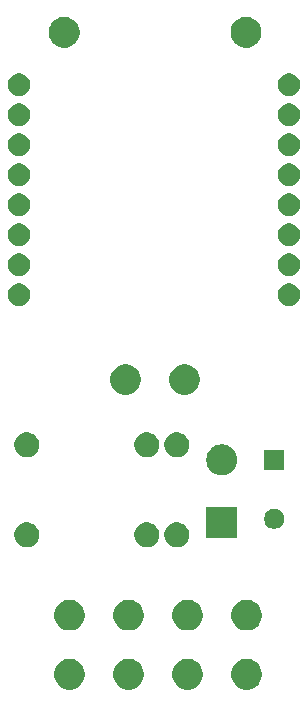
<source format=gts>
G04 #@! TF.GenerationSoftware,KiCad,Pcbnew,(5.1.4)-1*
G04 #@! TF.CreationDate,2019-10-10T22:11:15+02:00*
G04 #@! TF.ProjectId,WirelessTouchLight,57697265-6c65-4737-9354-6f7563684c69,rev?*
G04 #@! TF.SameCoordinates,Original*
G04 #@! TF.FileFunction,Soldermask,Top*
G04 #@! TF.FilePolarity,Negative*
%FSLAX46Y46*%
G04 Gerber Fmt 4.6, Leading zero omitted, Abs format (unit mm)*
G04 Created by KiCad (PCBNEW (5.1.4)-1) date 2019-10-10 22:11:15*
%MOMM*%
%LPD*%
G04 APERTURE LIST*
%ADD10C,0.100000*%
G04 APERTURE END LIST*
D10*
G36*
X50284487Y-73423996D02*
G01*
X50521253Y-73522068D01*
X50521255Y-73522069D01*
X50734339Y-73664447D01*
X50915553Y-73845661D01*
X51057932Y-74058747D01*
X51156004Y-74295513D01*
X51206000Y-74546861D01*
X51206000Y-74803139D01*
X51156004Y-75054487D01*
X51057932Y-75291253D01*
X51057931Y-75291255D01*
X50915553Y-75504339D01*
X50734339Y-75685553D01*
X50521255Y-75827931D01*
X50521254Y-75827932D01*
X50521253Y-75827932D01*
X50284487Y-75926004D01*
X50033139Y-75976000D01*
X49776861Y-75976000D01*
X49525513Y-75926004D01*
X49288747Y-75827932D01*
X49288746Y-75827932D01*
X49288745Y-75827931D01*
X49075661Y-75685553D01*
X48894447Y-75504339D01*
X48752069Y-75291255D01*
X48752068Y-75291253D01*
X48653996Y-75054487D01*
X48604000Y-74803139D01*
X48604000Y-74546861D01*
X48653996Y-74295513D01*
X48752068Y-74058747D01*
X48894447Y-73845661D01*
X49075661Y-73664447D01*
X49288745Y-73522069D01*
X49288747Y-73522068D01*
X49525513Y-73423996D01*
X49776861Y-73374000D01*
X50033139Y-73374000D01*
X50284487Y-73423996D01*
X50284487Y-73423996D01*
G37*
G36*
X55284487Y-73423996D02*
G01*
X55521253Y-73522068D01*
X55521255Y-73522069D01*
X55734339Y-73664447D01*
X55915553Y-73845661D01*
X56057932Y-74058747D01*
X56156004Y-74295513D01*
X56206000Y-74546861D01*
X56206000Y-74803139D01*
X56156004Y-75054487D01*
X56057932Y-75291253D01*
X56057931Y-75291255D01*
X55915553Y-75504339D01*
X55734339Y-75685553D01*
X55521255Y-75827931D01*
X55521254Y-75827932D01*
X55521253Y-75827932D01*
X55284487Y-75926004D01*
X55033139Y-75976000D01*
X54776861Y-75976000D01*
X54525513Y-75926004D01*
X54288747Y-75827932D01*
X54288746Y-75827932D01*
X54288745Y-75827931D01*
X54075661Y-75685553D01*
X53894447Y-75504339D01*
X53752069Y-75291255D01*
X53752068Y-75291253D01*
X53653996Y-75054487D01*
X53604000Y-74803139D01*
X53604000Y-74546861D01*
X53653996Y-74295513D01*
X53752068Y-74058747D01*
X53894447Y-73845661D01*
X54075661Y-73664447D01*
X54288745Y-73522069D01*
X54288747Y-73522068D01*
X54525513Y-73423996D01*
X54776861Y-73374000D01*
X55033139Y-73374000D01*
X55284487Y-73423996D01*
X55284487Y-73423996D01*
G37*
G36*
X60284487Y-73423996D02*
G01*
X60521253Y-73522068D01*
X60521255Y-73522069D01*
X60734339Y-73664447D01*
X60915553Y-73845661D01*
X61057932Y-74058747D01*
X61156004Y-74295513D01*
X61206000Y-74546861D01*
X61206000Y-74803139D01*
X61156004Y-75054487D01*
X61057932Y-75291253D01*
X61057931Y-75291255D01*
X60915553Y-75504339D01*
X60734339Y-75685553D01*
X60521255Y-75827931D01*
X60521254Y-75827932D01*
X60521253Y-75827932D01*
X60284487Y-75926004D01*
X60033139Y-75976000D01*
X59776861Y-75976000D01*
X59525513Y-75926004D01*
X59288747Y-75827932D01*
X59288746Y-75827932D01*
X59288745Y-75827931D01*
X59075661Y-75685553D01*
X58894447Y-75504339D01*
X58752069Y-75291255D01*
X58752068Y-75291253D01*
X58653996Y-75054487D01*
X58604000Y-74803139D01*
X58604000Y-74546861D01*
X58653996Y-74295513D01*
X58752068Y-74058747D01*
X58894447Y-73845661D01*
X59075661Y-73664447D01*
X59288745Y-73522069D01*
X59288747Y-73522068D01*
X59525513Y-73423996D01*
X59776861Y-73374000D01*
X60033139Y-73374000D01*
X60284487Y-73423996D01*
X60284487Y-73423996D01*
G37*
G36*
X45284487Y-73423996D02*
G01*
X45521253Y-73522068D01*
X45521255Y-73522069D01*
X45734339Y-73664447D01*
X45915553Y-73845661D01*
X46057932Y-74058747D01*
X46156004Y-74295513D01*
X46206000Y-74546861D01*
X46206000Y-74803139D01*
X46156004Y-75054487D01*
X46057932Y-75291253D01*
X46057931Y-75291255D01*
X45915553Y-75504339D01*
X45734339Y-75685553D01*
X45521255Y-75827931D01*
X45521254Y-75827932D01*
X45521253Y-75827932D01*
X45284487Y-75926004D01*
X45033139Y-75976000D01*
X44776861Y-75976000D01*
X44525513Y-75926004D01*
X44288747Y-75827932D01*
X44288746Y-75827932D01*
X44288745Y-75827931D01*
X44075661Y-75685553D01*
X43894447Y-75504339D01*
X43752069Y-75291255D01*
X43752068Y-75291253D01*
X43653996Y-75054487D01*
X43604000Y-74803139D01*
X43604000Y-74546861D01*
X43653996Y-74295513D01*
X43752068Y-74058747D01*
X43894447Y-73845661D01*
X44075661Y-73664447D01*
X44288745Y-73522069D01*
X44288747Y-73522068D01*
X44525513Y-73423996D01*
X44776861Y-73374000D01*
X45033139Y-73374000D01*
X45284487Y-73423996D01*
X45284487Y-73423996D01*
G37*
G36*
X45284487Y-68423996D02*
G01*
X45521253Y-68522068D01*
X45521255Y-68522069D01*
X45734339Y-68664447D01*
X45915553Y-68845661D01*
X46057932Y-69058747D01*
X46156004Y-69295513D01*
X46206000Y-69546861D01*
X46206000Y-69803139D01*
X46156004Y-70054487D01*
X46057932Y-70291253D01*
X46057931Y-70291255D01*
X45915553Y-70504339D01*
X45734339Y-70685553D01*
X45521255Y-70827931D01*
X45521254Y-70827932D01*
X45521253Y-70827932D01*
X45284487Y-70926004D01*
X45033139Y-70976000D01*
X44776861Y-70976000D01*
X44525513Y-70926004D01*
X44288747Y-70827932D01*
X44288746Y-70827932D01*
X44288745Y-70827931D01*
X44075661Y-70685553D01*
X43894447Y-70504339D01*
X43752069Y-70291255D01*
X43752068Y-70291253D01*
X43653996Y-70054487D01*
X43604000Y-69803139D01*
X43604000Y-69546861D01*
X43653996Y-69295513D01*
X43752068Y-69058747D01*
X43894447Y-68845661D01*
X44075661Y-68664447D01*
X44288745Y-68522069D01*
X44288747Y-68522068D01*
X44525513Y-68423996D01*
X44776861Y-68374000D01*
X45033139Y-68374000D01*
X45284487Y-68423996D01*
X45284487Y-68423996D01*
G37*
G36*
X50284487Y-68423996D02*
G01*
X50521253Y-68522068D01*
X50521255Y-68522069D01*
X50734339Y-68664447D01*
X50915553Y-68845661D01*
X51057932Y-69058747D01*
X51156004Y-69295513D01*
X51206000Y-69546861D01*
X51206000Y-69803139D01*
X51156004Y-70054487D01*
X51057932Y-70291253D01*
X51057931Y-70291255D01*
X50915553Y-70504339D01*
X50734339Y-70685553D01*
X50521255Y-70827931D01*
X50521254Y-70827932D01*
X50521253Y-70827932D01*
X50284487Y-70926004D01*
X50033139Y-70976000D01*
X49776861Y-70976000D01*
X49525513Y-70926004D01*
X49288747Y-70827932D01*
X49288746Y-70827932D01*
X49288745Y-70827931D01*
X49075661Y-70685553D01*
X48894447Y-70504339D01*
X48752069Y-70291255D01*
X48752068Y-70291253D01*
X48653996Y-70054487D01*
X48604000Y-69803139D01*
X48604000Y-69546861D01*
X48653996Y-69295513D01*
X48752068Y-69058747D01*
X48894447Y-68845661D01*
X49075661Y-68664447D01*
X49288745Y-68522069D01*
X49288747Y-68522068D01*
X49525513Y-68423996D01*
X49776861Y-68374000D01*
X50033139Y-68374000D01*
X50284487Y-68423996D01*
X50284487Y-68423996D01*
G37*
G36*
X55284487Y-68423996D02*
G01*
X55521253Y-68522068D01*
X55521255Y-68522069D01*
X55734339Y-68664447D01*
X55915553Y-68845661D01*
X56057932Y-69058747D01*
X56156004Y-69295513D01*
X56206000Y-69546861D01*
X56206000Y-69803139D01*
X56156004Y-70054487D01*
X56057932Y-70291253D01*
X56057931Y-70291255D01*
X55915553Y-70504339D01*
X55734339Y-70685553D01*
X55521255Y-70827931D01*
X55521254Y-70827932D01*
X55521253Y-70827932D01*
X55284487Y-70926004D01*
X55033139Y-70976000D01*
X54776861Y-70976000D01*
X54525513Y-70926004D01*
X54288747Y-70827932D01*
X54288746Y-70827932D01*
X54288745Y-70827931D01*
X54075661Y-70685553D01*
X53894447Y-70504339D01*
X53752069Y-70291255D01*
X53752068Y-70291253D01*
X53653996Y-70054487D01*
X53604000Y-69803139D01*
X53604000Y-69546861D01*
X53653996Y-69295513D01*
X53752068Y-69058747D01*
X53894447Y-68845661D01*
X54075661Y-68664447D01*
X54288745Y-68522069D01*
X54288747Y-68522068D01*
X54525513Y-68423996D01*
X54776861Y-68374000D01*
X55033139Y-68374000D01*
X55284487Y-68423996D01*
X55284487Y-68423996D01*
G37*
G36*
X60284487Y-68423996D02*
G01*
X60521253Y-68522068D01*
X60521255Y-68522069D01*
X60734339Y-68664447D01*
X60915553Y-68845661D01*
X61057932Y-69058747D01*
X61156004Y-69295513D01*
X61206000Y-69546861D01*
X61206000Y-69803139D01*
X61156004Y-70054487D01*
X61057932Y-70291253D01*
X61057931Y-70291255D01*
X60915553Y-70504339D01*
X60734339Y-70685553D01*
X60521255Y-70827931D01*
X60521254Y-70827932D01*
X60521253Y-70827932D01*
X60284487Y-70926004D01*
X60033139Y-70976000D01*
X59776861Y-70976000D01*
X59525513Y-70926004D01*
X59288747Y-70827932D01*
X59288746Y-70827932D01*
X59288745Y-70827931D01*
X59075661Y-70685553D01*
X58894447Y-70504339D01*
X58752069Y-70291255D01*
X58752068Y-70291253D01*
X58653996Y-70054487D01*
X58604000Y-69803139D01*
X58604000Y-69546861D01*
X58653996Y-69295513D01*
X58752068Y-69058747D01*
X58894447Y-68845661D01*
X59075661Y-68664447D01*
X59288745Y-68522069D01*
X59288747Y-68522068D01*
X59525513Y-68423996D01*
X59776861Y-68374000D01*
X60033139Y-68374000D01*
X60284487Y-68423996D01*
X60284487Y-68423996D01*
G37*
G36*
X54281564Y-61854389D02*
G01*
X54435369Y-61918097D01*
X54472835Y-61933616D01*
X54644973Y-62048635D01*
X54791365Y-62195027D01*
X54905606Y-62366000D01*
X54906385Y-62367167D01*
X54985611Y-62558436D01*
X55026000Y-62761484D01*
X55026000Y-62968516D01*
X54985611Y-63171564D01*
X54906385Y-63362833D01*
X54906384Y-63362835D01*
X54791365Y-63534973D01*
X54644973Y-63681365D01*
X54472835Y-63796384D01*
X54472834Y-63796385D01*
X54472833Y-63796385D01*
X54281564Y-63875611D01*
X54078516Y-63916000D01*
X53871484Y-63916000D01*
X53668436Y-63875611D01*
X53477167Y-63796385D01*
X53477166Y-63796385D01*
X53477165Y-63796384D01*
X53305027Y-63681365D01*
X53158635Y-63534973D01*
X53043616Y-63362835D01*
X53043615Y-63362833D01*
X52964389Y-63171564D01*
X52924000Y-62968516D01*
X52924000Y-62761484D01*
X52964389Y-62558436D01*
X53043615Y-62367167D01*
X53044395Y-62366000D01*
X53158635Y-62195027D01*
X53305027Y-62048635D01*
X53477165Y-61933616D01*
X53514631Y-61918097D01*
X53668436Y-61854389D01*
X53871484Y-61814000D01*
X54078516Y-61814000D01*
X54281564Y-61854389D01*
X54281564Y-61854389D01*
G37*
G36*
X51741564Y-61854389D02*
G01*
X51895369Y-61918097D01*
X51932835Y-61933616D01*
X52104973Y-62048635D01*
X52251365Y-62195027D01*
X52365606Y-62366000D01*
X52366385Y-62367167D01*
X52445611Y-62558436D01*
X52486000Y-62761484D01*
X52486000Y-62968516D01*
X52445611Y-63171564D01*
X52366385Y-63362833D01*
X52366384Y-63362835D01*
X52251365Y-63534973D01*
X52104973Y-63681365D01*
X51932835Y-63796384D01*
X51932834Y-63796385D01*
X51932833Y-63796385D01*
X51741564Y-63875611D01*
X51538516Y-63916000D01*
X51331484Y-63916000D01*
X51128436Y-63875611D01*
X50937167Y-63796385D01*
X50937166Y-63796385D01*
X50937165Y-63796384D01*
X50765027Y-63681365D01*
X50618635Y-63534973D01*
X50503616Y-63362835D01*
X50503615Y-63362833D01*
X50424389Y-63171564D01*
X50384000Y-62968516D01*
X50384000Y-62761484D01*
X50424389Y-62558436D01*
X50503615Y-62367167D01*
X50504395Y-62366000D01*
X50618635Y-62195027D01*
X50765027Y-62048635D01*
X50937165Y-61933616D01*
X50974631Y-61918097D01*
X51128436Y-61854389D01*
X51331484Y-61814000D01*
X51538516Y-61814000D01*
X51741564Y-61854389D01*
X51741564Y-61854389D01*
G37*
G36*
X41581564Y-61854389D02*
G01*
X41735369Y-61918097D01*
X41772835Y-61933616D01*
X41944973Y-62048635D01*
X42091365Y-62195027D01*
X42205606Y-62366000D01*
X42206385Y-62367167D01*
X42285611Y-62558436D01*
X42326000Y-62761484D01*
X42326000Y-62968516D01*
X42285611Y-63171564D01*
X42206385Y-63362833D01*
X42206384Y-63362835D01*
X42091365Y-63534973D01*
X41944973Y-63681365D01*
X41772835Y-63796384D01*
X41772834Y-63796385D01*
X41772833Y-63796385D01*
X41581564Y-63875611D01*
X41378516Y-63916000D01*
X41171484Y-63916000D01*
X40968436Y-63875611D01*
X40777167Y-63796385D01*
X40777166Y-63796385D01*
X40777165Y-63796384D01*
X40605027Y-63681365D01*
X40458635Y-63534973D01*
X40343616Y-63362835D01*
X40343615Y-63362833D01*
X40264389Y-63171564D01*
X40224000Y-62968516D01*
X40224000Y-62761484D01*
X40264389Y-62558436D01*
X40343615Y-62367167D01*
X40344395Y-62366000D01*
X40458635Y-62195027D01*
X40605027Y-62048635D01*
X40777165Y-61933616D01*
X40814631Y-61918097D01*
X40968436Y-61854389D01*
X41171484Y-61814000D01*
X41378516Y-61814000D01*
X41581564Y-61854389D01*
X41581564Y-61854389D01*
G37*
G36*
X59086000Y-63150000D02*
G01*
X56484000Y-63150000D01*
X56484000Y-60548000D01*
X59086000Y-60548000D01*
X59086000Y-63150000D01*
X59086000Y-63150000D01*
G37*
G36*
X62478228Y-60696703D02*
G01*
X62633100Y-60760853D01*
X62772481Y-60853985D01*
X62891015Y-60972519D01*
X62984147Y-61111900D01*
X63048297Y-61266772D01*
X63081000Y-61431184D01*
X63081000Y-61598816D01*
X63048297Y-61763228D01*
X62984147Y-61918100D01*
X62891015Y-62057481D01*
X62772481Y-62176015D01*
X62633100Y-62269147D01*
X62478228Y-62333297D01*
X62313816Y-62366000D01*
X62146184Y-62366000D01*
X61981772Y-62333297D01*
X61826900Y-62269147D01*
X61687519Y-62176015D01*
X61568985Y-62057481D01*
X61475853Y-61918100D01*
X61411703Y-61763228D01*
X61379000Y-61598816D01*
X61379000Y-61431184D01*
X61411703Y-61266772D01*
X61475853Y-61111900D01*
X61568985Y-60972519D01*
X61687519Y-60853985D01*
X61826900Y-60760853D01*
X61981772Y-60696703D01*
X62146184Y-60664000D01*
X62313816Y-60664000D01*
X62478228Y-60696703D01*
X62478228Y-60696703D01*
G37*
G36*
X57944472Y-55223412D02*
G01*
X58040040Y-55232825D01*
X58285280Y-55307218D01*
X58511294Y-55428025D01*
X58562899Y-55470376D01*
X58709397Y-55590603D01*
X58829624Y-55737101D01*
X58871975Y-55788706D01*
X58992782Y-56014720D01*
X59067175Y-56259960D01*
X59092294Y-56515000D01*
X59067175Y-56770040D01*
X58992782Y-57015280D01*
X58871975Y-57241294D01*
X58829624Y-57292899D01*
X58709397Y-57439397D01*
X58562899Y-57559624D01*
X58511294Y-57601975D01*
X58285280Y-57722782D01*
X58040040Y-57797175D01*
X57944472Y-57806588D01*
X57848906Y-57816000D01*
X57721094Y-57816000D01*
X57625528Y-57806588D01*
X57529960Y-57797175D01*
X57284720Y-57722782D01*
X57058706Y-57601975D01*
X57007101Y-57559624D01*
X56860603Y-57439397D01*
X56740376Y-57292899D01*
X56698025Y-57241294D01*
X56577218Y-57015280D01*
X56502825Y-56770040D01*
X56477706Y-56515000D01*
X56502825Y-56259960D01*
X56577218Y-56014720D01*
X56698025Y-55788706D01*
X56740376Y-55737101D01*
X56860603Y-55590603D01*
X57007101Y-55470376D01*
X57058706Y-55428025D01*
X57284720Y-55307218D01*
X57529960Y-55232825D01*
X57625528Y-55223412D01*
X57721094Y-55214000D01*
X57848906Y-55214000D01*
X57944472Y-55223412D01*
X57944472Y-55223412D01*
G37*
G36*
X63081000Y-57366000D02*
G01*
X61379000Y-57366000D01*
X61379000Y-55664000D01*
X63081000Y-55664000D01*
X63081000Y-57366000D01*
X63081000Y-57366000D01*
G37*
G36*
X54281564Y-54234389D02*
G01*
X54472833Y-54313615D01*
X54472835Y-54313616D01*
X54644973Y-54428635D01*
X54791365Y-54575027D01*
X54906385Y-54747167D01*
X54985611Y-54938436D01*
X55026000Y-55141484D01*
X55026000Y-55348516D01*
X54985611Y-55551564D01*
X54906385Y-55742833D01*
X54906384Y-55742835D01*
X54791365Y-55914973D01*
X54644973Y-56061365D01*
X54472835Y-56176384D01*
X54472834Y-56176385D01*
X54472833Y-56176385D01*
X54281564Y-56255611D01*
X54078516Y-56296000D01*
X53871484Y-56296000D01*
X53668436Y-56255611D01*
X53477167Y-56176385D01*
X53477166Y-56176385D01*
X53477165Y-56176384D01*
X53305027Y-56061365D01*
X53158635Y-55914973D01*
X53043616Y-55742835D01*
X53043615Y-55742833D01*
X52964389Y-55551564D01*
X52924000Y-55348516D01*
X52924000Y-55141484D01*
X52964389Y-54938436D01*
X53043615Y-54747167D01*
X53158635Y-54575027D01*
X53305027Y-54428635D01*
X53477165Y-54313616D01*
X53477167Y-54313615D01*
X53668436Y-54234389D01*
X53871484Y-54194000D01*
X54078516Y-54194000D01*
X54281564Y-54234389D01*
X54281564Y-54234389D01*
G37*
G36*
X51741564Y-54234389D02*
G01*
X51932833Y-54313615D01*
X51932835Y-54313616D01*
X52104973Y-54428635D01*
X52251365Y-54575027D01*
X52366385Y-54747167D01*
X52445611Y-54938436D01*
X52486000Y-55141484D01*
X52486000Y-55348516D01*
X52445611Y-55551564D01*
X52366385Y-55742833D01*
X52366384Y-55742835D01*
X52251365Y-55914973D01*
X52104973Y-56061365D01*
X51932835Y-56176384D01*
X51932834Y-56176385D01*
X51932833Y-56176385D01*
X51741564Y-56255611D01*
X51538516Y-56296000D01*
X51331484Y-56296000D01*
X51128436Y-56255611D01*
X50937167Y-56176385D01*
X50937166Y-56176385D01*
X50937165Y-56176384D01*
X50765027Y-56061365D01*
X50618635Y-55914973D01*
X50503616Y-55742835D01*
X50503615Y-55742833D01*
X50424389Y-55551564D01*
X50384000Y-55348516D01*
X50384000Y-55141484D01*
X50424389Y-54938436D01*
X50503615Y-54747167D01*
X50618635Y-54575027D01*
X50765027Y-54428635D01*
X50937165Y-54313616D01*
X50937167Y-54313615D01*
X51128436Y-54234389D01*
X51331484Y-54194000D01*
X51538516Y-54194000D01*
X51741564Y-54234389D01*
X51741564Y-54234389D01*
G37*
G36*
X41581564Y-54234389D02*
G01*
X41772833Y-54313615D01*
X41772835Y-54313616D01*
X41944973Y-54428635D01*
X42091365Y-54575027D01*
X42206385Y-54747167D01*
X42285611Y-54938436D01*
X42326000Y-55141484D01*
X42326000Y-55348516D01*
X42285611Y-55551564D01*
X42206385Y-55742833D01*
X42206384Y-55742835D01*
X42091365Y-55914973D01*
X41944973Y-56061365D01*
X41772835Y-56176384D01*
X41772834Y-56176385D01*
X41772833Y-56176385D01*
X41581564Y-56255611D01*
X41378516Y-56296000D01*
X41171484Y-56296000D01*
X40968436Y-56255611D01*
X40777167Y-56176385D01*
X40777166Y-56176385D01*
X40777165Y-56176384D01*
X40605027Y-56061365D01*
X40458635Y-55914973D01*
X40343616Y-55742835D01*
X40343615Y-55742833D01*
X40264389Y-55551564D01*
X40224000Y-55348516D01*
X40224000Y-55141484D01*
X40264389Y-54938436D01*
X40343615Y-54747167D01*
X40458635Y-54575027D01*
X40605027Y-54428635D01*
X40777165Y-54313616D01*
X40777167Y-54313615D01*
X40968436Y-54234389D01*
X41171484Y-54194000D01*
X41378516Y-54194000D01*
X41581564Y-54234389D01*
X41581564Y-54234389D01*
G37*
G36*
X50029487Y-48468996D02*
G01*
X50266253Y-48567068D01*
X50266255Y-48567069D01*
X50479339Y-48709447D01*
X50660553Y-48890661D01*
X50802932Y-49103747D01*
X50901004Y-49340513D01*
X50951000Y-49591861D01*
X50951000Y-49848139D01*
X50901004Y-50099487D01*
X50802932Y-50336253D01*
X50802931Y-50336255D01*
X50660553Y-50549339D01*
X50479339Y-50730553D01*
X50266255Y-50872931D01*
X50266254Y-50872932D01*
X50266253Y-50872932D01*
X50029487Y-50971004D01*
X49778139Y-51021000D01*
X49521861Y-51021000D01*
X49270513Y-50971004D01*
X49033747Y-50872932D01*
X49033746Y-50872932D01*
X49033745Y-50872931D01*
X48820661Y-50730553D01*
X48639447Y-50549339D01*
X48497069Y-50336255D01*
X48497068Y-50336253D01*
X48398996Y-50099487D01*
X48349000Y-49848139D01*
X48349000Y-49591861D01*
X48398996Y-49340513D01*
X48497068Y-49103747D01*
X48639447Y-48890661D01*
X48820661Y-48709447D01*
X49033745Y-48567069D01*
X49033747Y-48567068D01*
X49270513Y-48468996D01*
X49521861Y-48419000D01*
X49778139Y-48419000D01*
X50029487Y-48468996D01*
X50029487Y-48468996D01*
G37*
G36*
X55029487Y-48468996D02*
G01*
X55266253Y-48567068D01*
X55266255Y-48567069D01*
X55479339Y-48709447D01*
X55660553Y-48890661D01*
X55802932Y-49103747D01*
X55901004Y-49340513D01*
X55951000Y-49591861D01*
X55951000Y-49848139D01*
X55901004Y-50099487D01*
X55802932Y-50336253D01*
X55802931Y-50336255D01*
X55660553Y-50549339D01*
X55479339Y-50730553D01*
X55266255Y-50872931D01*
X55266254Y-50872932D01*
X55266253Y-50872932D01*
X55029487Y-50971004D01*
X54778139Y-51021000D01*
X54521861Y-51021000D01*
X54270513Y-50971004D01*
X54033747Y-50872932D01*
X54033746Y-50872932D01*
X54033745Y-50872931D01*
X53820661Y-50730553D01*
X53639447Y-50549339D01*
X53497069Y-50336255D01*
X53497068Y-50336253D01*
X53398996Y-50099487D01*
X53349000Y-49848139D01*
X53349000Y-49591861D01*
X53398996Y-49340513D01*
X53497068Y-49103747D01*
X53639447Y-48890661D01*
X53820661Y-48709447D01*
X54033745Y-48567069D01*
X54033747Y-48567068D01*
X54270513Y-48468996D01*
X54521861Y-48419000D01*
X54778139Y-48419000D01*
X55029487Y-48468996D01*
X55029487Y-48468996D01*
G37*
G36*
X63777395Y-41630546D02*
G01*
X63950466Y-41702234D01*
X63950467Y-41702235D01*
X64106227Y-41806310D01*
X64238690Y-41938773D01*
X64238691Y-41938775D01*
X64342766Y-42094534D01*
X64414454Y-42267605D01*
X64451000Y-42451333D01*
X64451000Y-42638667D01*
X64414454Y-42822395D01*
X64342766Y-42995466D01*
X64342765Y-42995467D01*
X64238690Y-43151227D01*
X64106227Y-43283690D01*
X64027818Y-43336081D01*
X63950466Y-43387766D01*
X63777395Y-43459454D01*
X63593667Y-43496000D01*
X63406333Y-43496000D01*
X63222605Y-43459454D01*
X63049534Y-43387766D01*
X62972182Y-43336081D01*
X62893773Y-43283690D01*
X62761310Y-43151227D01*
X62657235Y-42995467D01*
X62657234Y-42995466D01*
X62585546Y-42822395D01*
X62549000Y-42638667D01*
X62549000Y-42451333D01*
X62585546Y-42267605D01*
X62657234Y-42094534D01*
X62761309Y-41938775D01*
X62761310Y-41938773D01*
X62893773Y-41806310D01*
X63049533Y-41702235D01*
X63049534Y-41702234D01*
X63222605Y-41630546D01*
X63406333Y-41594000D01*
X63593667Y-41594000D01*
X63777395Y-41630546D01*
X63777395Y-41630546D01*
G37*
G36*
X40917395Y-41630546D02*
G01*
X41090466Y-41702234D01*
X41090467Y-41702235D01*
X41246227Y-41806310D01*
X41378690Y-41938773D01*
X41378691Y-41938775D01*
X41482766Y-42094534D01*
X41554454Y-42267605D01*
X41591000Y-42451333D01*
X41591000Y-42638667D01*
X41554454Y-42822395D01*
X41482766Y-42995466D01*
X41482765Y-42995467D01*
X41378690Y-43151227D01*
X41246227Y-43283690D01*
X41167818Y-43336081D01*
X41090466Y-43387766D01*
X40917395Y-43459454D01*
X40733667Y-43496000D01*
X40546333Y-43496000D01*
X40362605Y-43459454D01*
X40189534Y-43387766D01*
X40112182Y-43336081D01*
X40033773Y-43283690D01*
X39901310Y-43151227D01*
X39797235Y-42995467D01*
X39797234Y-42995466D01*
X39725546Y-42822395D01*
X39689000Y-42638667D01*
X39689000Y-42451333D01*
X39725546Y-42267605D01*
X39797234Y-42094534D01*
X39901309Y-41938775D01*
X39901310Y-41938773D01*
X40033773Y-41806310D01*
X40189533Y-41702235D01*
X40189534Y-41702234D01*
X40362605Y-41630546D01*
X40546333Y-41594000D01*
X40733667Y-41594000D01*
X40917395Y-41630546D01*
X40917395Y-41630546D01*
G37*
G36*
X40917395Y-39090546D02*
G01*
X41090466Y-39162234D01*
X41090467Y-39162235D01*
X41246227Y-39266310D01*
X41378690Y-39398773D01*
X41378691Y-39398775D01*
X41482766Y-39554534D01*
X41554454Y-39727605D01*
X41591000Y-39911333D01*
X41591000Y-40098667D01*
X41554454Y-40282395D01*
X41482766Y-40455466D01*
X41482765Y-40455467D01*
X41378690Y-40611227D01*
X41246227Y-40743690D01*
X41167818Y-40796081D01*
X41090466Y-40847766D01*
X40917395Y-40919454D01*
X40733667Y-40956000D01*
X40546333Y-40956000D01*
X40362605Y-40919454D01*
X40189534Y-40847766D01*
X40112182Y-40796081D01*
X40033773Y-40743690D01*
X39901310Y-40611227D01*
X39797235Y-40455467D01*
X39797234Y-40455466D01*
X39725546Y-40282395D01*
X39689000Y-40098667D01*
X39689000Y-39911333D01*
X39725546Y-39727605D01*
X39797234Y-39554534D01*
X39901309Y-39398775D01*
X39901310Y-39398773D01*
X40033773Y-39266310D01*
X40189533Y-39162235D01*
X40189534Y-39162234D01*
X40362605Y-39090546D01*
X40546333Y-39054000D01*
X40733667Y-39054000D01*
X40917395Y-39090546D01*
X40917395Y-39090546D01*
G37*
G36*
X63777395Y-39090546D02*
G01*
X63950466Y-39162234D01*
X63950467Y-39162235D01*
X64106227Y-39266310D01*
X64238690Y-39398773D01*
X64238691Y-39398775D01*
X64342766Y-39554534D01*
X64414454Y-39727605D01*
X64451000Y-39911333D01*
X64451000Y-40098667D01*
X64414454Y-40282395D01*
X64342766Y-40455466D01*
X64342765Y-40455467D01*
X64238690Y-40611227D01*
X64106227Y-40743690D01*
X64027818Y-40796081D01*
X63950466Y-40847766D01*
X63777395Y-40919454D01*
X63593667Y-40956000D01*
X63406333Y-40956000D01*
X63222605Y-40919454D01*
X63049534Y-40847766D01*
X62972182Y-40796081D01*
X62893773Y-40743690D01*
X62761310Y-40611227D01*
X62657235Y-40455467D01*
X62657234Y-40455466D01*
X62585546Y-40282395D01*
X62549000Y-40098667D01*
X62549000Y-39911333D01*
X62585546Y-39727605D01*
X62657234Y-39554534D01*
X62761309Y-39398775D01*
X62761310Y-39398773D01*
X62893773Y-39266310D01*
X63049533Y-39162235D01*
X63049534Y-39162234D01*
X63222605Y-39090546D01*
X63406333Y-39054000D01*
X63593667Y-39054000D01*
X63777395Y-39090546D01*
X63777395Y-39090546D01*
G37*
G36*
X40917395Y-36550546D02*
G01*
X41090466Y-36622234D01*
X41090467Y-36622235D01*
X41246227Y-36726310D01*
X41378690Y-36858773D01*
X41378691Y-36858775D01*
X41482766Y-37014534D01*
X41554454Y-37187605D01*
X41591000Y-37371333D01*
X41591000Y-37558667D01*
X41554454Y-37742395D01*
X41482766Y-37915466D01*
X41482765Y-37915467D01*
X41378690Y-38071227D01*
X41246227Y-38203690D01*
X41167818Y-38256081D01*
X41090466Y-38307766D01*
X40917395Y-38379454D01*
X40733667Y-38416000D01*
X40546333Y-38416000D01*
X40362605Y-38379454D01*
X40189534Y-38307766D01*
X40112182Y-38256081D01*
X40033773Y-38203690D01*
X39901310Y-38071227D01*
X39797235Y-37915467D01*
X39797234Y-37915466D01*
X39725546Y-37742395D01*
X39689000Y-37558667D01*
X39689000Y-37371333D01*
X39725546Y-37187605D01*
X39797234Y-37014534D01*
X39901309Y-36858775D01*
X39901310Y-36858773D01*
X40033773Y-36726310D01*
X40189533Y-36622235D01*
X40189534Y-36622234D01*
X40362605Y-36550546D01*
X40546333Y-36514000D01*
X40733667Y-36514000D01*
X40917395Y-36550546D01*
X40917395Y-36550546D01*
G37*
G36*
X63777395Y-36550546D02*
G01*
X63950466Y-36622234D01*
X63950467Y-36622235D01*
X64106227Y-36726310D01*
X64238690Y-36858773D01*
X64238691Y-36858775D01*
X64342766Y-37014534D01*
X64414454Y-37187605D01*
X64451000Y-37371333D01*
X64451000Y-37558667D01*
X64414454Y-37742395D01*
X64342766Y-37915466D01*
X64342765Y-37915467D01*
X64238690Y-38071227D01*
X64106227Y-38203690D01*
X64027818Y-38256081D01*
X63950466Y-38307766D01*
X63777395Y-38379454D01*
X63593667Y-38416000D01*
X63406333Y-38416000D01*
X63222605Y-38379454D01*
X63049534Y-38307766D01*
X62972182Y-38256081D01*
X62893773Y-38203690D01*
X62761310Y-38071227D01*
X62657235Y-37915467D01*
X62657234Y-37915466D01*
X62585546Y-37742395D01*
X62549000Y-37558667D01*
X62549000Y-37371333D01*
X62585546Y-37187605D01*
X62657234Y-37014534D01*
X62761309Y-36858775D01*
X62761310Y-36858773D01*
X62893773Y-36726310D01*
X63049533Y-36622235D01*
X63049534Y-36622234D01*
X63222605Y-36550546D01*
X63406333Y-36514000D01*
X63593667Y-36514000D01*
X63777395Y-36550546D01*
X63777395Y-36550546D01*
G37*
G36*
X63777395Y-34010546D02*
G01*
X63950466Y-34082234D01*
X63950467Y-34082235D01*
X64106227Y-34186310D01*
X64238690Y-34318773D01*
X64238691Y-34318775D01*
X64342766Y-34474534D01*
X64414454Y-34647605D01*
X64451000Y-34831333D01*
X64451000Y-35018667D01*
X64414454Y-35202395D01*
X64342766Y-35375466D01*
X64342765Y-35375467D01*
X64238690Y-35531227D01*
X64106227Y-35663690D01*
X64027818Y-35716081D01*
X63950466Y-35767766D01*
X63777395Y-35839454D01*
X63593667Y-35876000D01*
X63406333Y-35876000D01*
X63222605Y-35839454D01*
X63049534Y-35767766D01*
X62972182Y-35716081D01*
X62893773Y-35663690D01*
X62761310Y-35531227D01*
X62657235Y-35375467D01*
X62657234Y-35375466D01*
X62585546Y-35202395D01*
X62549000Y-35018667D01*
X62549000Y-34831333D01*
X62585546Y-34647605D01*
X62657234Y-34474534D01*
X62761309Y-34318775D01*
X62761310Y-34318773D01*
X62893773Y-34186310D01*
X63049533Y-34082235D01*
X63049534Y-34082234D01*
X63222605Y-34010546D01*
X63406333Y-33974000D01*
X63593667Y-33974000D01*
X63777395Y-34010546D01*
X63777395Y-34010546D01*
G37*
G36*
X40917395Y-34010546D02*
G01*
X41090466Y-34082234D01*
X41090467Y-34082235D01*
X41246227Y-34186310D01*
X41378690Y-34318773D01*
X41378691Y-34318775D01*
X41482766Y-34474534D01*
X41554454Y-34647605D01*
X41591000Y-34831333D01*
X41591000Y-35018667D01*
X41554454Y-35202395D01*
X41482766Y-35375466D01*
X41482765Y-35375467D01*
X41378690Y-35531227D01*
X41246227Y-35663690D01*
X41167818Y-35716081D01*
X41090466Y-35767766D01*
X40917395Y-35839454D01*
X40733667Y-35876000D01*
X40546333Y-35876000D01*
X40362605Y-35839454D01*
X40189534Y-35767766D01*
X40112182Y-35716081D01*
X40033773Y-35663690D01*
X39901310Y-35531227D01*
X39797235Y-35375467D01*
X39797234Y-35375466D01*
X39725546Y-35202395D01*
X39689000Y-35018667D01*
X39689000Y-34831333D01*
X39725546Y-34647605D01*
X39797234Y-34474534D01*
X39901309Y-34318775D01*
X39901310Y-34318773D01*
X40033773Y-34186310D01*
X40189533Y-34082235D01*
X40189534Y-34082234D01*
X40362605Y-34010546D01*
X40546333Y-33974000D01*
X40733667Y-33974000D01*
X40917395Y-34010546D01*
X40917395Y-34010546D01*
G37*
G36*
X63777395Y-31470546D02*
G01*
X63950466Y-31542234D01*
X63950467Y-31542235D01*
X64106227Y-31646310D01*
X64238690Y-31778773D01*
X64238691Y-31778775D01*
X64342766Y-31934534D01*
X64414454Y-32107605D01*
X64451000Y-32291333D01*
X64451000Y-32478667D01*
X64414454Y-32662395D01*
X64342766Y-32835466D01*
X64342765Y-32835467D01*
X64238690Y-32991227D01*
X64106227Y-33123690D01*
X64027818Y-33176081D01*
X63950466Y-33227766D01*
X63777395Y-33299454D01*
X63593667Y-33336000D01*
X63406333Y-33336000D01*
X63222605Y-33299454D01*
X63049534Y-33227766D01*
X62972182Y-33176081D01*
X62893773Y-33123690D01*
X62761310Y-32991227D01*
X62657235Y-32835467D01*
X62657234Y-32835466D01*
X62585546Y-32662395D01*
X62549000Y-32478667D01*
X62549000Y-32291333D01*
X62585546Y-32107605D01*
X62657234Y-31934534D01*
X62761309Y-31778775D01*
X62761310Y-31778773D01*
X62893773Y-31646310D01*
X63049533Y-31542235D01*
X63049534Y-31542234D01*
X63222605Y-31470546D01*
X63406333Y-31434000D01*
X63593667Y-31434000D01*
X63777395Y-31470546D01*
X63777395Y-31470546D01*
G37*
G36*
X40917395Y-31470546D02*
G01*
X41090466Y-31542234D01*
X41090467Y-31542235D01*
X41246227Y-31646310D01*
X41378690Y-31778773D01*
X41378691Y-31778775D01*
X41482766Y-31934534D01*
X41554454Y-32107605D01*
X41591000Y-32291333D01*
X41591000Y-32478667D01*
X41554454Y-32662395D01*
X41482766Y-32835466D01*
X41482765Y-32835467D01*
X41378690Y-32991227D01*
X41246227Y-33123690D01*
X41167818Y-33176081D01*
X41090466Y-33227766D01*
X40917395Y-33299454D01*
X40733667Y-33336000D01*
X40546333Y-33336000D01*
X40362605Y-33299454D01*
X40189534Y-33227766D01*
X40112182Y-33176081D01*
X40033773Y-33123690D01*
X39901310Y-32991227D01*
X39797235Y-32835467D01*
X39797234Y-32835466D01*
X39725546Y-32662395D01*
X39689000Y-32478667D01*
X39689000Y-32291333D01*
X39725546Y-32107605D01*
X39797234Y-31934534D01*
X39901309Y-31778775D01*
X39901310Y-31778773D01*
X40033773Y-31646310D01*
X40189533Y-31542235D01*
X40189534Y-31542234D01*
X40362605Y-31470546D01*
X40546333Y-31434000D01*
X40733667Y-31434000D01*
X40917395Y-31470546D01*
X40917395Y-31470546D01*
G37*
G36*
X63777395Y-28930546D02*
G01*
X63950466Y-29002234D01*
X63950467Y-29002235D01*
X64106227Y-29106310D01*
X64238690Y-29238773D01*
X64238691Y-29238775D01*
X64342766Y-29394534D01*
X64414454Y-29567605D01*
X64451000Y-29751333D01*
X64451000Y-29938667D01*
X64414454Y-30122395D01*
X64342766Y-30295466D01*
X64342765Y-30295467D01*
X64238690Y-30451227D01*
X64106227Y-30583690D01*
X64027818Y-30636081D01*
X63950466Y-30687766D01*
X63777395Y-30759454D01*
X63593667Y-30796000D01*
X63406333Y-30796000D01*
X63222605Y-30759454D01*
X63049534Y-30687766D01*
X62972182Y-30636081D01*
X62893773Y-30583690D01*
X62761310Y-30451227D01*
X62657235Y-30295467D01*
X62657234Y-30295466D01*
X62585546Y-30122395D01*
X62549000Y-29938667D01*
X62549000Y-29751333D01*
X62585546Y-29567605D01*
X62657234Y-29394534D01*
X62761309Y-29238775D01*
X62761310Y-29238773D01*
X62893773Y-29106310D01*
X63049533Y-29002235D01*
X63049534Y-29002234D01*
X63222605Y-28930546D01*
X63406333Y-28894000D01*
X63593667Y-28894000D01*
X63777395Y-28930546D01*
X63777395Y-28930546D01*
G37*
G36*
X40917395Y-28930546D02*
G01*
X41090466Y-29002234D01*
X41090467Y-29002235D01*
X41246227Y-29106310D01*
X41378690Y-29238773D01*
X41378691Y-29238775D01*
X41482766Y-29394534D01*
X41554454Y-29567605D01*
X41591000Y-29751333D01*
X41591000Y-29938667D01*
X41554454Y-30122395D01*
X41482766Y-30295466D01*
X41482765Y-30295467D01*
X41378690Y-30451227D01*
X41246227Y-30583690D01*
X41167818Y-30636081D01*
X41090466Y-30687766D01*
X40917395Y-30759454D01*
X40733667Y-30796000D01*
X40546333Y-30796000D01*
X40362605Y-30759454D01*
X40189534Y-30687766D01*
X40112182Y-30636081D01*
X40033773Y-30583690D01*
X39901310Y-30451227D01*
X39797235Y-30295467D01*
X39797234Y-30295466D01*
X39725546Y-30122395D01*
X39689000Y-29938667D01*
X39689000Y-29751333D01*
X39725546Y-29567605D01*
X39797234Y-29394534D01*
X39901309Y-29238775D01*
X39901310Y-29238773D01*
X40033773Y-29106310D01*
X40189533Y-29002235D01*
X40189534Y-29002234D01*
X40362605Y-28930546D01*
X40546333Y-28894000D01*
X40733667Y-28894000D01*
X40917395Y-28930546D01*
X40917395Y-28930546D01*
G37*
G36*
X63777395Y-26390546D02*
G01*
X63950466Y-26462234D01*
X63950467Y-26462235D01*
X64106227Y-26566310D01*
X64238690Y-26698773D01*
X64238691Y-26698775D01*
X64342766Y-26854534D01*
X64414454Y-27027605D01*
X64451000Y-27211333D01*
X64451000Y-27398667D01*
X64414454Y-27582395D01*
X64342766Y-27755466D01*
X64342765Y-27755467D01*
X64238690Y-27911227D01*
X64106227Y-28043690D01*
X64027818Y-28096081D01*
X63950466Y-28147766D01*
X63777395Y-28219454D01*
X63593667Y-28256000D01*
X63406333Y-28256000D01*
X63222605Y-28219454D01*
X63049534Y-28147766D01*
X62972182Y-28096081D01*
X62893773Y-28043690D01*
X62761310Y-27911227D01*
X62657235Y-27755467D01*
X62657234Y-27755466D01*
X62585546Y-27582395D01*
X62549000Y-27398667D01*
X62549000Y-27211333D01*
X62585546Y-27027605D01*
X62657234Y-26854534D01*
X62761309Y-26698775D01*
X62761310Y-26698773D01*
X62893773Y-26566310D01*
X63049533Y-26462235D01*
X63049534Y-26462234D01*
X63222605Y-26390546D01*
X63406333Y-26354000D01*
X63593667Y-26354000D01*
X63777395Y-26390546D01*
X63777395Y-26390546D01*
G37*
G36*
X40917395Y-26390546D02*
G01*
X41090466Y-26462234D01*
X41090467Y-26462235D01*
X41246227Y-26566310D01*
X41378690Y-26698773D01*
X41378691Y-26698775D01*
X41482766Y-26854534D01*
X41554454Y-27027605D01*
X41591000Y-27211333D01*
X41591000Y-27398667D01*
X41554454Y-27582395D01*
X41482766Y-27755466D01*
X41482765Y-27755467D01*
X41378690Y-27911227D01*
X41246227Y-28043690D01*
X41167818Y-28096081D01*
X41090466Y-28147766D01*
X40917395Y-28219454D01*
X40733667Y-28256000D01*
X40546333Y-28256000D01*
X40362605Y-28219454D01*
X40189534Y-28147766D01*
X40112182Y-28096081D01*
X40033773Y-28043690D01*
X39901310Y-27911227D01*
X39797235Y-27755467D01*
X39797234Y-27755466D01*
X39725546Y-27582395D01*
X39689000Y-27398667D01*
X39689000Y-27211333D01*
X39725546Y-27027605D01*
X39797234Y-26854534D01*
X39901309Y-26698775D01*
X39901310Y-26698773D01*
X40033773Y-26566310D01*
X40189533Y-26462235D01*
X40189534Y-26462234D01*
X40362605Y-26390546D01*
X40546333Y-26354000D01*
X40733667Y-26354000D01*
X40917395Y-26390546D01*
X40917395Y-26390546D01*
G37*
G36*
X63777395Y-23850546D02*
G01*
X63950466Y-23922234D01*
X63950467Y-23922235D01*
X64106227Y-24026310D01*
X64238690Y-24158773D01*
X64238691Y-24158775D01*
X64342766Y-24314534D01*
X64414454Y-24487605D01*
X64451000Y-24671333D01*
X64451000Y-24858667D01*
X64414454Y-25042395D01*
X64342766Y-25215466D01*
X64342765Y-25215467D01*
X64238690Y-25371227D01*
X64106227Y-25503690D01*
X64027818Y-25556081D01*
X63950466Y-25607766D01*
X63777395Y-25679454D01*
X63593667Y-25716000D01*
X63406333Y-25716000D01*
X63222605Y-25679454D01*
X63049534Y-25607766D01*
X62972182Y-25556081D01*
X62893773Y-25503690D01*
X62761310Y-25371227D01*
X62657235Y-25215467D01*
X62657234Y-25215466D01*
X62585546Y-25042395D01*
X62549000Y-24858667D01*
X62549000Y-24671333D01*
X62585546Y-24487605D01*
X62657234Y-24314534D01*
X62761309Y-24158775D01*
X62761310Y-24158773D01*
X62893773Y-24026310D01*
X63049533Y-23922235D01*
X63049534Y-23922234D01*
X63222605Y-23850546D01*
X63406333Y-23814000D01*
X63593667Y-23814000D01*
X63777395Y-23850546D01*
X63777395Y-23850546D01*
G37*
G36*
X40917395Y-23850546D02*
G01*
X41090466Y-23922234D01*
X41090467Y-23922235D01*
X41246227Y-24026310D01*
X41378690Y-24158773D01*
X41378691Y-24158775D01*
X41482766Y-24314534D01*
X41554454Y-24487605D01*
X41591000Y-24671333D01*
X41591000Y-24858667D01*
X41554454Y-25042395D01*
X41482766Y-25215466D01*
X41482765Y-25215467D01*
X41378690Y-25371227D01*
X41246227Y-25503690D01*
X41167818Y-25556081D01*
X41090466Y-25607766D01*
X40917395Y-25679454D01*
X40733667Y-25716000D01*
X40546333Y-25716000D01*
X40362605Y-25679454D01*
X40189534Y-25607766D01*
X40112182Y-25556081D01*
X40033773Y-25503690D01*
X39901310Y-25371227D01*
X39797235Y-25215467D01*
X39797234Y-25215466D01*
X39725546Y-25042395D01*
X39689000Y-24858667D01*
X39689000Y-24671333D01*
X39725546Y-24487605D01*
X39797234Y-24314534D01*
X39901309Y-24158775D01*
X39901310Y-24158773D01*
X40033773Y-24026310D01*
X40189533Y-23922235D01*
X40189534Y-23922234D01*
X40362605Y-23850546D01*
X40546333Y-23814000D01*
X40733667Y-23814000D01*
X40917395Y-23850546D01*
X40917395Y-23850546D01*
G37*
G36*
X60229487Y-19068996D02*
G01*
X60466253Y-19167068D01*
X60466255Y-19167069D01*
X60679339Y-19309447D01*
X60860553Y-19490661D01*
X61002932Y-19703747D01*
X61101004Y-19940513D01*
X61151000Y-20191861D01*
X61151000Y-20448139D01*
X61101004Y-20699487D01*
X61002932Y-20936253D01*
X61002931Y-20936255D01*
X60860553Y-21149339D01*
X60679339Y-21330553D01*
X60466255Y-21472931D01*
X60466254Y-21472932D01*
X60466253Y-21472932D01*
X60229487Y-21571004D01*
X59978139Y-21621000D01*
X59721861Y-21621000D01*
X59470513Y-21571004D01*
X59233747Y-21472932D01*
X59233746Y-21472932D01*
X59233745Y-21472931D01*
X59020661Y-21330553D01*
X58839447Y-21149339D01*
X58697069Y-20936255D01*
X58697068Y-20936253D01*
X58598996Y-20699487D01*
X58549000Y-20448139D01*
X58549000Y-20191861D01*
X58598996Y-19940513D01*
X58697068Y-19703747D01*
X58839447Y-19490661D01*
X59020661Y-19309447D01*
X59233745Y-19167069D01*
X59233747Y-19167068D01*
X59470513Y-19068996D01*
X59721861Y-19019000D01*
X59978139Y-19019000D01*
X60229487Y-19068996D01*
X60229487Y-19068996D01*
G37*
G36*
X44829487Y-19068996D02*
G01*
X45066253Y-19167068D01*
X45066255Y-19167069D01*
X45279339Y-19309447D01*
X45460553Y-19490661D01*
X45602932Y-19703747D01*
X45701004Y-19940513D01*
X45751000Y-20191861D01*
X45751000Y-20448139D01*
X45701004Y-20699487D01*
X45602932Y-20936253D01*
X45602931Y-20936255D01*
X45460553Y-21149339D01*
X45279339Y-21330553D01*
X45066255Y-21472931D01*
X45066254Y-21472932D01*
X45066253Y-21472932D01*
X44829487Y-21571004D01*
X44578139Y-21621000D01*
X44321861Y-21621000D01*
X44070513Y-21571004D01*
X43833747Y-21472932D01*
X43833746Y-21472932D01*
X43833745Y-21472931D01*
X43620661Y-21330553D01*
X43439447Y-21149339D01*
X43297069Y-20936255D01*
X43297068Y-20936253D01*
X43198996Y-20699487D01*
X43149000Y-20448139D01*
X43149000Y-20191861D01*
X43198996Y-19940513D01*
X43297068Y-19703747D01*
X43439447Y-19490661D01*
X43620661Y-19309447D01*
X43833745Y-19167069D01*
X43833747Y-19167068D01*
X44070513Y-19068996D01*
X44321861Y-19019000D01*
X44578139Y-19019000D01*
X44829487Y-19068996D01*
X44829487Y-19068996D01*
G37*
M02*

</source>
